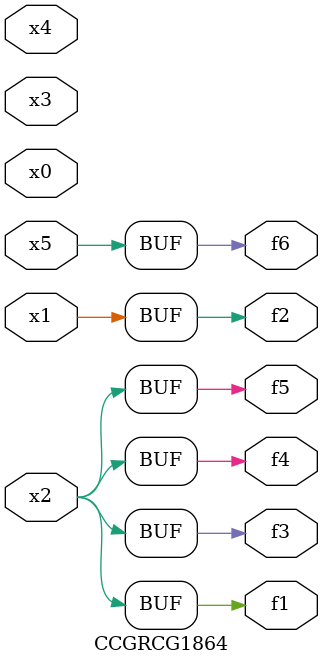
<source format=v>
module CCGRCG1864(
	input x0, x1, x2, x3, x4, x5,
	output f1, f2, f3, f4, f5, f6
);
	assign f1 = x2;
	assign f2 = x1;
	assign f3 = x2;
	assign f4 = x2;
	assign f5 = x2;
	assign f6 = x5;
endmodule

</source>
